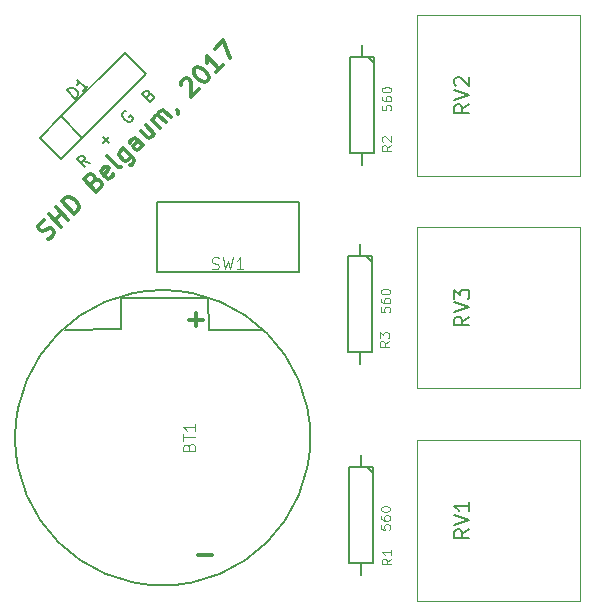
<source format=gbr>
G04 #@! TF.FileFunction,Legend,Top*
%FSLAX46Y46*%
G04 Gerber Fmt 4.6, Leading zero omitted, Abs format (unit mm)*
G04 Created by KiCad (PCBNEW 4.0.4+e1-6308~48~ubuntu15.10.1-stable) date Wed Sep 27 09:28:55 2017*
%MOMM*%
%LPD*%
G01*
G04 APERTURE LIST*
%ADD10C,0.150000*%
%ADD11C,0.200000*%
%ADD12C,0.300000*%
%ADD13C,0.100000*%
%ADD14C,0.203200*%
G04 APERTURE END LIST*
D10*
D11*
X120727665Y-78712099D02*
X120155244Y-78611084D01*
X120323603Y-79116160D02*
X119616496Y-78409053D01*
X119885871Y-78139679D01*
X119986886Y-78106007D01*
X120054229Y-78106007D01*
X120155245Y-78139679D01*
X120256260Y-78240694D01*
X120289931Y-78341709D01*
X120289931Y-78409053D01*
X120256260Y-78510068D01*
X119986885Y-78779442D01*
X121838833Y-77062183D02*
X122377581Y-76523435D01*
X122377581Y-77062183D02*
X121838833Y-76523434D01*
X123758123Y-74334771D02*
X123657107Y-74368442D01*
X123556092Y-74469457D01*
X123488748Y-74604145D01*
X123488748Y-74738832D01*
X123522420Y-74839847D01*
X123623435Y-75008206D01*
X123724451Y-75109222D01*
X123892810Y-75210237D01*
X123993825Y-75243908D01*
X124128512Y-75243908D01*
X124263199Y-75176564D01*
X124330543Y-75109221D01*
X124397886Y-74974534D01*
X124397886Y-74907190D01*
X124162184Y-74671488D01*
X124027497Y-74806175D01*
X125711084Y-72987900D02*
X125845771Y-72920556D01*
X125913115Y-72920557D01*
X126014131Y-72954229D01*
X126115146Y-73055244D01*
X126148817Y-73156259D01*
X126148817Y-73223602D01*
X126115146Y-73324618D01*
X125845771Y-73593992D01*
X125138664Y-72886885D01*
X125374367Y-72651183D01*
X125475382Y-72617511D01*
X125542726Y-72617511D01*
X125643741Y-72651183D01*
X125711084Y-72718526D01*
X125744756Y-72819541D01*
X125744756Y-72886885D01*
X125711084Y-72987900D01*
X125475382Y-73223602D01*
X130800000Y-92900000D02*
X135300000Y-92900000D01*
X130700000Y-90200000D02*
X130800000Y-92900000D01*
X123400000Y-90200000D02*
X130700000Y-90200000D01*
X123400000Y-92800000D02*
X123400000Y-90200000D01*
X118600000Y-92900000D02*
X123400000Y-92800000D01*
D12*
X129928572Y-111921429D02*
X131071429Y-111921429D01*
X129128572Y-92007143D02*
X130271429Y-92007143D01*
X129700000Y-92578571D02*
X129700000Y-91435714D01*
X117200126Y-85158504D02*
X117402156Y-85057488D01*
X117654694Y-84804950D01*
X117705202Y-84653427D01*
X117705202Y-84552412D01*
X117654694Y-84400889D01*
X117553679Y-84299874D01*
X117402157Y-84249366D01*
X117301141Y-84249366D01*
X117149619Y-84299874D01*
X116897080Y-84451396D01*
X116745557Y-84501905D01*
X116644542Y-84501904D01*
X116493019Y-84451397D01*
X116392004Y-84350382D01*
X116341497Y-84198859D01*
X116341496Y-84097844D01*
X116392004Y-83946320D01*
X116644541Y-83693782D01*
X116846573Y-83592767D01*
X118311293Y-84148351D02*
X117250633Y-83087691D01*
X117755710Y-83592767D02*
X118361801Y-82986676D01*
X118917385Y-83542259D02*
X117856725Y-82481599D01*
X119422461Y-83037183D02*
X118361801Y-81976523D01*
X118614339Y-81723985D01*
X118816370Y-81622970D01*
X119018401Y-81622969D01*
X119169923Y-81673477D01*
X119422462Y-81825000D01*
X119573984Y-81976523D01*
X119725508Y-82229062D01*
X119776015Y-82380584D01*
X119776015Y-82582615D01*
X119675000Y-82784645D01*
X119422461Y-83037183D01*
X121089213Y-80259264D02*
X121291244Y-80158249D01*
X121392259Y-80158249D01*
X121543782Y-80208756D01*
X121695305Y-80360279D01*
X121745812Y-80511802D01*
X121745813Y-80612817D01*
X121695304Y-80764340D01*
X121291243Y-81168401D01*
X120230583Y-80107741D01*
X120584137Y-79754187D01*
X120735660Y-79703680D01*
X120836676Y-79703680D01*
X120988198Y-79754188D01*
X121089213Y-79855203D01*
X121139721Y-80006725D01*
X121139721Y-80107741D01*
X121089213Y-80259264D01*
X120735660Y-80612817D01*
X122705457Y-79653173D02*
X122654949Y-79804695D01*
X122452919Y-80006725D01*
X122301396Y-80057233D01*
X122149873Y-80006726D01*
X121745812Y-79602665D01*
X121695305Y-79451142D01*
X121745812Y-79299619D01*
X121947842Y-79097588D01*
X122099365Y-79047081D01*
X122250889Y-79097588D01*
X122351904Y-79198604D01*
X121947842Y-79804695D01*
X123412564Y-79047080D02*
X123261041Y-79097589D01*
X123109518Y-79047081D01*
X122200381Y-78137943D01*
X123564086Y-77481345D02*
X124422716Y-78339974D01*
X124473223Y-78491497D01*
X124473224Y-78592513D01*
X124422716Y-78744035D01*
X124271193Y-78895558D01*
X124119671Y-78946066D01*
X124220686Y-78137944D02*
X124170178Y-78289466D01*
X123968148Y-78491497D01*
X123816624Y-78542005D01*
X123715609Y-78542005D01*
X123564086Y-78491497D01*
X123261041Y-78188452D01*
X123210534Y-78036929D01*
X123210533Y-77935914D01*
X123261041Y-77784390D01*
X123463071Y-77582360D01*
X123614594Y-77531852D01*
X125230838Y-77228806D02*
X124675254Y-76673223D01*
X124523731Y-76622715D01*
X124372208Y-76673223D01*
X124170178Y-76875253D01*
X124119671Y-77026776D01*
X125180331Y-77178299D02*
X125129823Y-77329821D01*
X124877285Y-77582360D01*
X124725762Y-77632868D01*
X124574239Y-77582360D01*
X124473224Y-77481345D01*
X124422716Y-77329821D01*
X124473224Y-77178299D01*
X124725762Y-76925761D01*
X124776269Y-76774238D01*
X125483376Y-75562054D02*
X126190483Y-76269161D01*
X125028808Y-76016623D02*
X125584392Y-76572207D01*
X125735914Y-76622715D01*
X125887438Y-76572207D01*
X126038960Y-76420684D01*
X126089468Y-76269162D01*
X126089468Y-76168146D01*
X126695560Y-75764085D02*
X125988453Y-75056978D01*
X126089469Y-75157994D02*
X126089468Y-75056979D01*
X126139976Y-74905455D01*
X126291498Y-74753933D01*
X126443021Y-74703425D01*
X126594544Y-74753933D01*
X127150128Y-75309516D01*
X126594544Y-74753933D02*
X126544037Y-74602409D01*
X126594544Y-74450886D01*
X126746067Y-74299364D01*
X126897591Y-74248856D01*
X127049113Y-74299364D01*
X127604697Y-74854948D01*
X128109773Y-74248857D02*
X128160280Y-74299364D01*
X128210789Y-74450887D01*
X128210788Y-74551902D01*
X128412819Y-72127536D02*
X128412819Y-72026521D01*
X128463326Y-71874998D01*
X128715865Y-71622459D01*
X128867388Y-71571952D01*
X128968404Y-71571952D01*
X129119926Y-71622460D01*
X129220941Y-71723475D01*
X129321957Y-71925505D01*
X129321956Y-73137688D01*
X129978555Y-72481089D01*
X129574494Y-70763830D02*
X129675509Y-70662815D01*
X129827032Y-70612308D01*
X129928048Y-70612308D01*
X130079571Y-70662815D01*
X130332109Y-70814338D01*
X130584647Y-71066876D01*
X130736170Y-71319414D01*
X130786677Y-71470937D01*
X130786677Y-71571953D01*
X130736169Y-71723475D01*
X130635154Y-71824490D01*
X130483632Y-71874998D01*
X130382616Y-71874998D01*
X130231093Y-71824490D01*
X129978555Y-71672968D01*
X129726017Y-71420430D01*
X129574495Y-71167891D01*
X129523987Y-71016369D01*
X129523987Y-70915353D01*
X129574494Y-70763830D01*
X131998860Y-70460785D02*
X131392768Y-71066876D01*
X131695814Y-70763830D02*
X130635154Y-69703170D01*
X130685662Y-69955708D01*
X130685661Y-70157739D01*
X130635154Y-70309262D01*
X131291753Y-69046571D02*
X131998860Y-68339464D01*
X132604951Y-69854693D01*
D10*
X139400400Y-102000000D02*
G75*
G03X139400400Y-102000000I-12500400J0D01*
G01*
X120101974Y-76594077D02*
X125490128Y-71205923D01*
X118305923Y-74798026D02*
X123694077Y-69409872D01*
X116509872Y-76594077D02*
X118305923Y-74798026D01*
X125490128Y-71205923D02*
X123694077Y-69409872D01*
X118305923Y-74798026D02*
X120101974Y-76594077D01*
X116509872Y-76594077D02*
X118305923Y-78390128D01*
X118305923Y-78390128D02*
X120101974Y-76594077D01*
X138400000Y-88000000D02*
X138400000Y-82000000D01*
X138400000Y-82000000D02*
X126400000Y-82000000D01*
X126400000Y-82000000D02*
X126400000Y-88000000D01*
X126400000Y-88000000D02*
X138400000Y-88000000D01*
X143700000Y-103420000D02*
X143700000Y-104436000D01*
X143700000Y-104436000D02*
X144716000Y-104436000D01*
X144716000Y-104436000D02*
X144716000Y-112564000D01*
X144716000Y-112564000D02*
X142684000Y-112564000D01*
X142684000Y-112564000D02*
X142684000Y-104436000D01*
X142684000Y-104436000D02*
X143700000Y-104436000D01*
X144208000Y-104436000D02*
X144716000Y-104944000D01*
X143700000Y-113580000D02*
X143700000Y-112564000D01*
X143800000Y-68720000D02*
X143800000Y-69736000D01*
X143800000Y-69736000D02*
X144816000Y-69736000D01*
X144816000Y-69736000D02*
X144816000Y-77864000D01*
X144816000Y-77864000D02*
X142784000Y-77864000D01*
X142784000Y-77864000D02*
X142784000Y-69736000D01*
X142784000Y-69736000D02*
X143800000Y-69736000D01*
X144308000Y-69736000D02*
X144816000Y-70244000D01*
X143800000Y-78880000D02*
X143800000Y-77864000D01*
X143600000Y-85620000D02*
X143600000Y-86636000D01*
X143600000Y-86636000D02*
X144616000Y-86636000D01*
X144616000Y-86636000D02*
X144616000Y-94764000D01*
X144616000Y-94764000D02*
X142584000Y-94764000D01*
X142584000Y-94764000D02*
X142584000Y-86636000D01*
X142584000Y-86636000D02*
X143600000Y-86636000D01*
X144108000Y-86636000D02*
X144616000Y-87144000D01*
X143600000Y-95780000D02*
X143600000Y-94764000D01*
D13*
X162200000Y-102400000D02*
X162200000Y-115800000D01*
X162200000Y-115800000D02*
X148400000Y-115800000D01*
X148400000Y-115800000D02*
X148400000Y-102200000D01*
X148400000Y-102200000D02*
X162200000Y-102200000D01*
X162200000Y-102200000D02*
X162200000Y-102400000D01*
X162200000Y-66400000D02*
X162200000Y-79800000D01*
X162200000Y-79800000D02*
X148400000Y-79800000D01*
X148400000Y-79800000D02*
X148400000Y-66200000D01*
X148400000Y-66200000D02*
X162200000Y-66200000D01*
X162200000Y-66200000D02*
X162200000Y-66400000D01*
X162200000Y-84400000D02*
X162200000Y-97800000D01*
X162200000Y-97800000D02*
X148400000Y-97800000D01*
X148400000Y-97800000D02*
X148400000Y-84200000D01*
X148400000Y-84200000D02*
X162200000Y-84200000D01*
X162200000Y-84200000D02*
X162200000Y-84400000D01*
X129114571Y-102785714D02*
X129162190Y-102642857D01*
X129209810Y-102595238D01*
X129305048Y-102547619D01*
X129447905Y-102547619D01*
X129543143Y-102595238D01*
X129590762Y-102642857D01*
X129638381Y-102738095D01*
X129638381Y-103119048D01*
X128638381Y-103119048D01*
X128638381Y-102785714D01*
X128686000Y-102690476D01*
X128733619Y-102642857D01*
X128828857Y-102595238D01*
X128924095Y-102595238D01*
X129019333Y-102642857D01*
X129066952Y-102690476D01*
X129114571Y-102785714D01*
X129114571Y-103119048D01*
X128638381Y-102261905D02*
X128638381Y-101690476D01*
X129638381Y-101976191D02*
X128638381Y-101976191D01*
X129638381Y-100833333D02*
X129638381Y-101404762D01*
X129638381Y-101119048D02*
X128638381Y-101119048D01*
X128781238Y-101214286D01*
X128876476Y-101309524D01*
X128924095Y-101404762D01*
D11*
X119497970Y-73291794D02*
X118790863Y-72584687D01*
X118959222Y-72416328D01*
X119093909Y-72348984D01*
X119228596Y-72348984D01*
X119329611Y-72382656D01*
X119497970Y-72483671D01*
X119598986Y-72584687D01*
X119700001Y-72753045D01*
X119733672Y-72854061D01*
X119733672Y-72988747D01*
X119666328Y-73123435D01*
X119497970Y-73291794D01*
X120575466Y-72214297D02*
X120171405Y-72618359D01*
X120373435Y-72416328D02*
X119666328Y-71709222D01*
X119700000Y-71877580D01*
X119700000Y-72012267D01*
X119666328Y-72113282D01*
D13*
X131066667Y-87690762D02*
X131209524Y-87738381D01*
X131447620Y-87738381D01*
X131542858Y-87690762D01*
X131590477Y-87643143D01*
X131638096Y-87547905D01*
X131638096Y-87452667D01*
X131590477Y-87357429D01*
X131542858Y-87309810D01*
X131447620Y-87262190D01*
X131257143Y-87214571D01*
X131161905Y-87166952D01*
X131114286Y-87119333D01*
X131066667Y-87024095D01*
X131066667Y-86928857D01*
X131114286Y-86833619D01*
X131161905Y-86786000D01*
X131257143Y-86738381D01*
X131495239Y-86738381D01*
X131638096Y-86786000D01*
X131971429Y-86738381D02*
X132209524Y-87738381D01*
X132400001Y-87024095D01*
X132590477Y-87738381D01*
X132828572Y-86738381D01*
X133733334Y-87738381D02*
X133161905Y-87738381D01*
X133447619Y-87738381D02*
X133447619Y-86738381D01*
X133352381Y-86881238D01*
X133257143Y-86976476D01*
X133161905Y-87024095D01*
X146261905Y-112233333D02*
X145880952Y-112500000D01*
X146261905Y-112690476D02*
X145461905Y-112690476D01*
X145461905Y-112385714D01*
X145500000Y-112309523D01*
X145538095Y-112271428D01*
X145614286Y-112233333D01*
X145728571Y-112233333D01*
X145804762Y-112271428D01*
X145842857Y-112309523D01*
X145880952Y-112385714D01*
X145880952Y-112690476D01*
X146261905Y-111471428D02*
X146261905Y-111928571D01*
X146261905Y-111700000D02*
X145461905Y-111700000D01*
X145576190Y-111776190D01*
X145652381Y-111852381D01*
X145690476Y-111928571D01*
X145361905Y-109371428D02*
X145361905Y-109752381D01*
X145742857Y-109790476D01*
X145704762Y-109752381D01*
X145666667Y-109676190D01*
X145666667Y-109485714D01*
X145704762Y-109409524D01*
X145742857Y-109371428D01*
X145819048Y-109333333D01*
X146009524Y-109333333D01*
X146085714Y-109371428D01*
X146123810Y-109409524D01*
X146161905Y-109485714D01*
X146161905Y-109676190D01*
X146123810Y-109752381D01*
X146085714Y-109790476D01*
X145361905Y-108647619D02*
X145361905Y-108800000D01*
X145400000Y-108876190D01*
X145438095Y-108914285D01*
X145552381Y-108990476D01*
X145704762Y-109028571D01*
X146009524Y-109028571D01*
X146085714Y-108990476D01*
X146123810Y-108952381D01*
X146161905Y-108876190D01*
X146161905Y-108723809D01*
X146123810Y-108647619D01*
X146085714Y-108609523D01*
X146009524Y-108571428D01*
X145819048Y-108571428D01*
X145742857Y-108609523D01*
X145704762Y-108647619D01*
X145666667Y-108723809D01*
X145666667Y-108876190D01*
X145704762Y-108952381D01*
X145742857Y-108990476D01*
X145819048Y-109028571D01*
X145361905Y-108076190D02*
X145361905Y-107999999D01*
X145400000Y-107923809D01*
X145438095Y-107885714D01*
X145514286Y-107847618D01*
X145666667Y-107809523D01*
X145857143Y-107809523D01*
X146009524Y-107847618D01*
X146085714Y-107885714D01*
X146123810Y-107923809D01*
X146161905Y-107999999D01*
X146161905Y-108076190D01*
X146123810Y-108152380D01*
X146085714Y-108190476D01*
X146009524Y-108228571D01*
X145857143Y-108266666D01*
X145666667Y-108266666D01*
X145514286Y-108228571D01*
X145438095Y-108190476D01*
X145400000Y-108152380D01*
X145361905Y-108076190D01*
X146261905Y-77233333D02*
X145880952Y-77500000D01*
X146261905Y-77690476D02*
X145461905Y-77690476D01*
X145461905Y-77385714D01*
X145500000Y-77309523D01*
X145538095Y-77271428D01*
X145614286Y-77233333D01*
X145728571Y-77233333D01*
X145804762Y-77271428D01*
X145842857Y-77309523D01*
X145880952Y-77385714D01*
X145880952Y-77690476D01*
X145538095Y-76928571D02*
X145500000Y-76890476D01*
X145461905Y-76814285D01*
X145461905Y-76623809D01*
X145500000Y-76547619D01*
X145538095Y-76509523D01*
X145614286Y-76471428D01*
X145690476Y-76471428D01*
X145804762Y-76509523D01*
X146261905Y-76966666D01*
X146261905Y-76471428D01*
X145461905Y-73871428D02*
X145461905Y-74252381D01*
X145842857Y-74290476D01*
X145804762Y-74252381D01*
X145766667Y-74176190D01*
X145766667Y-73985714D01*
X145804762Y-73909524D01*
X145842857Y-73871428D01*
X145919048Y-73833333D01*
X146109524Y-73833333D01*
X146185714Y-73871428D01*
X146223810Y-73909524D01*
X146261905Y-73985714D01*
X146261905Y-74176190D01*
X146223810Y-74252381D01*
X146185714Y-74290476D01*
X145461905Y-73147619D02*
X145461905Y-73300000D01*
X145500000Y-73376190D01*
X145538095Y-73414285D01*
X145652381Y-73490476D01*
X145804762Y-73528571D01*
X146109524Y-73528571D01*
X146185714Y-73490476D01*
X146223810Y-73452381D01*
X146261905Y-73376190D01*
X146261905Y-73223809D01*
X146223810Y-73147619D01*
X146185714Y-73109523D01*
X146109524Y-73071428D01*
X145919048Y-73071428D01*
X145842857Y-73109523D01*
X145804762Y-73147619D01*
X145766667Y-73223809D01*
X145766667Y-73376190D01*
X145804762Y-73452381D01*
X145842857Y-73490476D01*
X145919048Y-73528571D01*
X145461905Y-72576190D02*
X145461905Y-72499999D01*
X145500000Y-72423809D01*
X145538095Y-72385714D01*
X145614286Y-72347618D01*
X145766667Y-72309523D01*
X145957143Y-72309523D01*
X146109524Y-72347618D01*
X146185714Y-72385714D01*
X146223810Y-72423809D01*
X146261905Y-72499999D01*
X146261905Y-72576190D01*
X146223810Y-72652380D01*
X146185714Y-72690476D01*
X146109524Y-72728571D01*
X145957143Y-72766666D01*
X145766667Y-72766666D01*
X145614286Y-72728571D01*
X145538095Y-72690476D01*
X145500000Y-72652380D01*
X145461905Y-72576190D01*
X146061905Y-93833333D02*
X145680952Y-94100000D01*
X146061905Y-94290476D02*
X145261905Y-94290476D01*
X145261905Y-93985714D01*
X145300000Y-93909523D01*
X145338095Y-93871428D01*
X145414286Y-93833333D01*
X145528571Y-93833333D01*
X145604762Y-93871428D01*
X145642857Y-93909523D01*
X145680952Y-93985714D01*
X145680952Y-94290476D01*
X145261905Y-93566666D02*
X145261905Y-93071428D01*
X145566667Y-93338095D01*
X145566667Y-93223809D01*
X145604762Y-93147619D01*
X145642857Y-93109523D01*
X145719048Y-93071428D01*
X145909524Y-93071428D01*
X145985714Y-93109523D01*
X146023810Y-93147619D01*
X146061905Y-93223809D01*
X146061905Y-93452381D01*
X146023810Y-93528571D01*
X145985714Y-93566666D01*
X145361905Y-90971428D02*
X145361905Y-91352381D01*
X145742857Y-91390476D01*
X145704762Y-91352381D01*
X145666667Y-91276190D01*
X145666667Y-91085714D01*
X145704762Y-91009524D01*
X145742857Y-90971428D01*
X145819048Y-90933333D01*
X146009524Y-90933333D01*
X146085714Y-90971428D01*
X146123810Y-91009524D01*
X146161905Y-91085714D01*
X146161905Y-91276190D01*
X146123810Y-91352381D01*
X146085714Y-91390476D01*
X145361905Y-90247619D02*
X145361905Y-90400000D01*
X145400000Y-90476190D01*
X145438095Y-90514285D01*
X145552381Y-90590476D01*
X145704762Y-90628571D01*
X146009524Y-90628571D01*
X146085714Y-90590476D01*
X146123810Y-90552381D01*
X146161905Y-90476190D01*
X146161905Y-90323809D01*
X146123810Y-90247619D01*
X146085714Y-90209523D01*
X146009524Y-90171428D01*
X145819048Y-90171428D01*
X145742857Y-90209523D01*
X145704762Y-90247619D01*
X145666667Y-90323809D01*
X145666667Y-90476190D01*
X145704762Y-90552381D01*
X145742857Y-90590476D01*
X145819048Y-90628571D01*
X145361905Y-89676190D02*
X145361905Y-89599999D01*
X145400000Y-89523809D01*
X145438095Y-89485714D01*
X145514286Y-89447618D01*
X145666667Y-89409523D01*
X145857143Y-89409523D01*
X146009524Y-89447618D01*
X146085714Y-89485714D01*
X146123810Y-89523809D01*
X146161905Y-89599999D01*
X146161905Y-89676190D01*
X146123810Y-89752380D01*
X146085714Y-89790476D01*
X146009524Y-89828571D01*
X145857143Y-89866666D01*
X145666667Y-89866666D01*
X145514286Y-89828571D01*
X145438095Y-89790476D01*
X145400000Y-89752380D01*
X145361905Y-89676190D01*
D14*
X152860524Y-109755952D02*
X152255762Y-110179285D01*
X152860524Y-110481666D02*
X151590524Y-110481666D01*
X151590524Y-109997857D01*
X151651000Y-109876904D01*
X151711476Y-109816428D01*
X151832429Y-109755952D01*
X152013857Y-109755952D01*
X152134810Y-109816428D01*
X152195286Y-109876904D01*
X152255762Y-109997857D01*
X152255762Y-110481666D01*
X151590524Y-109393095D02*
X152860524Y-108969761D01*
X151590524Y-108546428D01*
X152860524Y-107457857D02*
X152860524Y-108183571D01*
X152860524Y-107820714D02*
X151590524Y-107820714D01*
X151771952Y-107941666D01*
X151892905Y-108062619D01*
X151953381Y-108183571D01*
X152860524Y-73755952D02*
X152255762Y-74179285D01*
X152860524Y-74481666D02*
X151590524Y-74481666D01*
X151590524Y-73997857D01*
X151651000Y-73876904D01*
X151711476Y-73816428D01*
X151832429Y-73755952D01*
X152013857Y-73755952D01*
X152134810Y-73816428D01*
X152195286Y-73876904D01*
X152255762Y-73997857D01*
X152255762Y-74481666D01*
X151590524Y-73393095D02*
X152860524Y-72969761D01*
X151590524Y-72546428D01*
X151711476Y-72183571D02*
X151651000Y-72123095D01*
X151590524Y-72002143D01*
X151590524Y-71699762D01*
X151651000Y-71578809D01*
X151711476Y-71518333D01*
X151832429Y-71457857D01*
X151953381Y-71457857D01*
X152134810Y-71518333D01*
X152860524Y-72244047D01*
X152860524Y-71457857D01*
X152860524Y-91755952D02*
X152255762Y-92179285D01*
X152860524Y-92481666D02*
X151590524Y-92481666D01*
X151590524Y-91997857D01*
X151651000Y-91876904D01*
X151711476Y-91816428D01*
X151832429Y-91755952D01*
X152013857Y-91755952D01*
X152134810Y-91816428D01*
X152195286Y-91876904D01*
X152255762Y-91997857D01*
X152255762Y-92481666D01*
X151590524Y-91393095D02*
X152860524Y-90969761D01*
X151590524Y-90546428D01*
X151590524Y-90244047D02*
X151590524Y-89457857D01*
X152074333Y-89881190D01*
X152074333Y-89699762D01*
X152134810Y-89578809D01*
X152195286Y-89518333D01*
X152316238Y-89457857D01*
X152618619Y-89457857D01*
X152739571Y-89518333D01*
X152800048Y-89578809D01*
X152860524Y-89699762D01*
X152860524Y-90062619D01*
X152800048Y-90183571D01*
X152739571Y-90244047D01*
M02*

</source>
